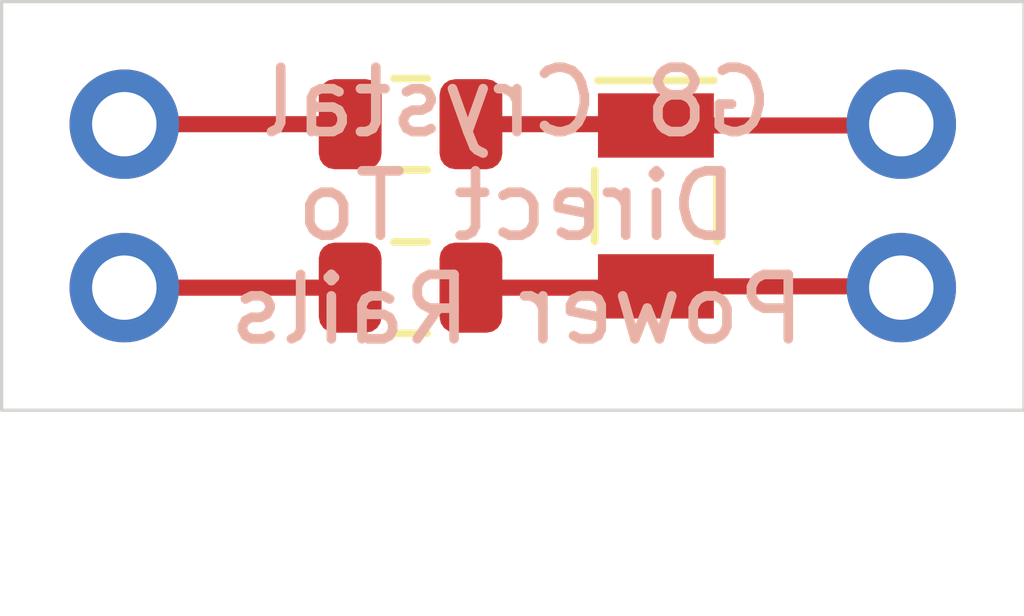
<source format=kicad_pcb>
(kicad_pcb (version 20171130) (host pcbnew "(5.1.6-0-10_14)")

  (general
    (thickness 1.6)
    (drawings 6)
    (tracks 10)
    (zones 0)
    (modules 5)
    (nets 5)
  )

  (page A4)
  (layers
    (0 F.Cu signal)
    (31 B.Cu signal)
    (32 B.Adhes user)
    (33 F.Adhes user)
    (34 B.Paste user)
    (35 F.Paste user)
    (36 B.SilkS user)
    (37 F.SilkS user)
    (38 B.Mask user)
    (39 F.Mask user)
    (40 Dwgs.User user)
    (41 Cmts.User user)
    (42 Eco1.User user)
    (43 Eco2.User user)
    (44 Edge.Cuts user)
    (45 Margin user)
    (46 B.CrtYd user)
    (47 F.CrtYd user)
    (48 B.Fab user)
    (49 F.Fab user)
  )

  (setup
    (last_trace_width 0.25)
    (trace_clearance 0.2)
    (zone_clearance 0.508)
    (zone_45_only no)
    (trace_min 0.2)
    (via_size 0.8)
    (via_drill 0.4)
    (via_min_size 0.4)
    (via_min_drill 0.3)
    (uvia_size 0.3)
    (uvia_drill 0.1)
    (uvias_allowed no)
    (uvia_min_size 0.2)
    (uvia_min_drill 0.1)
    (edge_width 0.05)
    (segment_width 0.2)
    (pcb_text_width 0.3)
    (pcb_text_size 1.5 1.5)
    (mod_edge_width 0.12)
    (mod_text_size 1 1)
    (mod_text_width 0.15)
    (pad_size 1.524 1.524)
    (pad_drill 0.762)
    (pad_to_mask_clearance 0.05)
    (aux_axis_origin 0 0)
    (visible_elements FFFFFF7F)
    (pcbplotparams
      (layerselection 0x010fc_ffffffff)
      (usegerberextensions false)
      (usegerberattributes true)
      (usegerberadvancedattributes true)
      (creategerberjobfile true)
      (excludeedgelayer true)
      (linewidth 0.100000)
      (plotframeref false)
      (viasonmask false)
      (mode 1)
      (useauxorigin false)
      (hpglpennumber 1)
      (hpglpenspeed 20)
      (hpglpendiameter 15.000000)
      (psnegative false)
      (psa4output false)
      (plotreference true)
      (plotvalue true)
      (plotinvisibletext false)
      (padsonsilk false)
      (subtractmaskfromsilk false)
      (outputformat 1)
      (mirror false)
      (drillshape 1)
      (scaleselection 1)
      (outputdirectory ""))
  )

  (net 0 "")
  (net 1 "Net-(C1-Pad2)")
  (net 2 "Net-(C1-Pad1)")
  (net 3 "Net-(C2-Pad2)")
  (net 4 "Net-(C2-Pad1)")

  (net_class Default "This is the default net class."
    (clearance 0.2)
    (trace_width 0.25)
    (via_dia 0.8)
    (via_drill 0.4)
    (uvia_dia 0.3)
    (uvia_drill 0.1)
    (add_net "Net-(C1-Pad1)")
    (add_net "Net-(C1-Pad2)")
    (add_net "Net-(C2-Pad1)")
    (add_net "Net-(C2-Pad2)")
  )

  (module Connector_PinHeader_2.54mm:PinHeader_1x02_P2.54mm_Vertical (layer F.Cu) (tedit 5EC1EA8B) (tstamp 5EC24DC2)
    (at 109.22 71.12)
    (descr "Through hole straight pin header, 1x02, 2.54mm pitch, single row")
    (tags "Through hole pin header THT 1x02 2.54mm single row")
    (path /5EC28353)
    (fp_text reference J1 (at 0 -2.33) (layer F.SilkS) hide
      (effects (font (size 1 1) (thickness 0.15)))
    )
    (fp_text value Conn_01x02_Female (at 0 4.87) (layer F.Fab) hide
      (effects (font (size 1 1) (thickness 0.15)))
    )
    (fp_text user %R (at 0 1.27 90) (layer F.Fab)
      (effects (font (size 1 1) (thickness 0.15)))
    )
    (fp_line (start -0.635 -1.27) (end 1.27 -1.27) (layer F.Fab) (width 0.1))
    (fp_line (start 1.27 -1.27) (end 1.27 3.81) (layer F.Fab) (width 0.1))
    (fp_line (start 1.27 3.81) (end -1.27 3.81) (layer F.Fab) (width 0.1))
    (fp_line (start -1.27 3.81) (end -1.27 -0.635) (layer F.Fab) (width 0.1))
    (fp_line (start -1.27 -0.635) (end -0.635 -1.27) (layer F.Fab) (width 0.1))
    (fp_line (start -1.8 -1.8) (end -1.8 4.35) (layer F.CrtYd) (width 0.05))
    (fp_line (start -1.8 4.35) (end 1.8 4.35) (layer F.CrtYd) (width 0.05))
    (fp_line (start 1.8 4.35) (end 1.8 -1.8) (layer F.CrtYd) (width 0.05))
    (fp_line (start 1.8 -1.8) (end -1.8 -1.8) (layer F.CrtYd) (width 0.05))
    (pad 2 thru_hole oval (at 0 2.54) (size 1.7 1.7) (drill 1) (layers *.Cu *.Mask)
      (net 4 "Net-(C2-Pad1)"))
    (pad 1 thru_hole circle (at 0 0) (size 1.7 1.7) (drill 1) (layers *.Cu *.Mask)
      (net 2 "Net-(C1-Pad1)"))
    (model ${KISYS3DMOD}/Connector_PinHeader_2.54mm.3dshapes/PinHeader_1x02_P2.54mm_Vertical.wrl
      (at (xyz 0 0 0))
      (scale (xyz 1 1 1))
      (rotate (xyz 0 0 0))
    )
  )

  (module Connector_PinHeader_2.54mm:PinHeader_1x02_P2.54mm_Vertical (layer F.Cu) (tedit 5EC1EA73) (tstamp 5EC24DD8)
    (at 121.285 73.66 180)
    (descr "Through hole straight pin header, 1x02, 2.54mm pitch, single row")
    (tags "Through hole pin header THT 1x02 2.54mm single row")
    (path /5EC28939)
    (fp_text reference J2 (at 0 -2.33 180) (layer F.SilkS) hide
      (effects (font (size 1 1) (thickness 0.15)))
    )
    (fp_text value Conn_01x02_Female (at 0 4.87 180) (layer F.Fab) hide
      (effects (font (size 1 1) (thickness 0.15)))
    )
    (fp_text user %R (at 0 1.27 270) (layer F.Fab)
      (effects (font (size 1 1) (thickness 0.15)))
    )
    (fp_line (start -0.635 -1.27) (end 1.27 -1.27) (layer F.Fab) (width 0.1))
    (fp_line (start 1.27 -1.27) (end 1.27 3.81) (layer F.Fab) (width 0.1))
    (fp_line (start 1.27 3.81) (end -1.27 3.81) (layer F.Fab) (width 0.1))
    (fp_line (start -1.27 3.81) (end -1.27 -0.635) (layer F.Fab) (width 0.1))
    (fp_line (start -1.27 -0.635) (end -0.635 -1.27) (layer F.Fab) (width 0.1))
    (fp_line (start -1.8 -1.8) (end -1.8 4.35) (layer F.CrtYd) (width 0.05))
    (fp_line (start -1.8 4.35) (end 1.8 4.35) (layer F.CrtYd) (width 0.05))
    (fp_line (start 1.8 4.35) (end 1.8 -1.8) (layer F.CrtYd) (width 0.05))
    (fp_line (start 1.8 -1.8) (end -1.8 -1.8) (layer F.CrtYd) (width 0.05))
    (pad 2 thru_hole oval (at 0 2.54 180) (size 1.7 1.7) (drill 1) (layers *.Cu *.Mask)
      (net 1 "Net-(C1-Pad2)"))
    (pad 1 thru_hole circle (at 0 0 180) (size 1.7 1.7) (drill 1) (layers *.Cu *.Mask)
      (net 3 "Net-(C2-Pad2)"))
    (model ${KISYS3DMOD}/Connector_PinHeader_2.54mm.3dshapes/PinHeader_1x02_P2.54mm_Vertical.wrl
      (at (xyz 0 0 0))
      (scale (xyz 1 1 1))
      (rotate (xyz 0 0 0))
    )
  )

  (module Crystal:Crystal_SMD_G8-2Pin_3.2x1.5mm (layer F.Cu) (tedit 5A0FD1B2) (tstamp 5EC24DEF)
    (at 117.475 72.39 270)
    (descr "SMD Crystal G8, 3.2x1.5mm^2 package")
    (tags "SMD SMT crystal")
    (path /5EC29267)
    (attr smd)
    (fp_text reference Y1 (at 0 -1.95 90) (layer F.SilkS) hide
      (effects (font (size 1 1) (thickness 0.15)))
    )
    (fp_text value Crystal (at 0 1.95 90) (layer F.Fab) hide
      (effects (font (size 1 1) (thickness 0.15)))
    )
    (fp_text user %R (at 0 0 90) (layer F.Fab) hide
      (effects (font (size 0.7 0.7) (thickness 0.105)))
    )
    (fp_line (start -1.6 -0.75) (end -1.6 0.75) (layer F.Fab) (width 0.1))
    (fp_line (start -1.6 0.75) (end 1.6 0.75) (layer F.Fab) (width 0.1))
    (fp_line (start 1.6 0.75) (end 1.6 -0.75) (layer F.Fab) (width 0.1))
    (fp_line (start 1.6 -0.75) (end -1.6 -0.75) (layer F.Fab) (width 0.1))
    (fp_line (start -1.6 0.25) (end -1.1 0.75) (layer F.Fab) (width 0.1))
    (fp_line (start -0.55 -0.95) (end 0.55 -0.95) (layer F.SilkS) (width 0.12))
    (fp_line (start -0.55 0.95) (end 0.55 0.95) (layer F.SilkS) (width 0.12))
    (fp_line (start -1.95 -0.9) (end -1.95 0.9) (layer F.SilkS) (width 0.12))
    (fp_line (start -2 -1.2) (end -2 1.2) (layer F.CrtYd) (width 0.05))
    (fp_line (start -2 1.2) (end 2 1.2) (layer F.CrtYd) (width 0.05))
    (fp_line (start 2 1.2) (end 2 -1.2) (layer F.CrtYd) (width 0.05))
    (fp_line (start 2 -1.2) (end -2 -1.2) (layer F.CrtYd) (width 0.05))
    (fp_circle (center 0 0) (end 0.25 0) (layer F.Adhes) (width 0.1))
    (fp_circle (center 0 0) (end 0.208333 0) (layer F.Adhes) (width 0.083333))
    (fp_circle (center 0 0) (end 0.133333 0) (layer F.Adhes) (width 0.083333))
    (fp_circle (center 0 0) (end 0.058333 0) (layer F.Adhes) (width 0.116667))
    (pad 2 smd rect (at 1.25 0 270) (size 1 1.8) (layers F.Cu F.Paste F.Mask)
      (net 3 "Net-(C2-Pad2)"))
    (pad 1 smd rect (at -1.25 0 270) (size 1 1.8) (layers F.Cu F.Paste F.Mask)
      (net 1 "Net-(C1-Pad2)"))
    (model ${KISYS3DMOD}/Crystal.3dshapes/Crystal_SMD_G8-2Pin_3.2x1.5mm.wrl
      (at (xyz 0 0 0))
      (scale (xyz 1 1 1))
      (rotate (xyz 0 0 0))
    )
  )

  (module Capacitor_SMD:C_0805_2012Metric (layer F.Cu) (tedit 5B36C52B) (tstamp 5EC24DAC)
    (at 113.665 73.66)
    (descr "Capacitor SMD 0805 (2012 Metric), square (rectangular) end terminal, IPC_7351 nominal, (Body size source: https://docs.google.com/spreadsheets/d/1BsfQQcO9C6DZCsRaXUlFlo91Tg2WpOkGARC1WS5S8t0/edit?usp=sharing), generated with kicad-footprint-generator")
    (tags capacitor)
    (path /5EC29B3E)
    (attr smd)
    (fp_text reference C2 (at 0 -1.65) (layer F.SilkS) hide
      (effects (font (size 1 1) (thickness 0.15)))
    )
    (fp_text value C_Small (at 0 1.65) (layer F.Fab) hide
      (effects (font (size 1 1) (thickness 0.15)))
    )
    (fp_text user %R (at 0 0) (layer F.Fab)
      (effects (font (size 0.5 0.5) (thickness 0.08)))
    )
    (fp_line (start -1 0.6) (end -1 -0.6) (layer F.Fab) (width 0.1))
    (fp_line (start -1 -0.6) (end 1 -0.6) (layer F.Fab) (width 0.1))
    (fp_line (start 1 -0.6) (end 1 0.6) (layer F.Fab) (width 0.1))
    (fp_line (start 1 0.6) (end -1 0.6) (layer F.Fab) (width 0.1))
    (fp_line (start -0.258578 -0.71) (end 0.258578 -0.71) (layer F.SilkS) (width 0.12))
    (fp_line (start -0.258578 0.71) (end 0.258578 0.71) (layer F.SilkS) (width 0.12))
    (fp_line (start -1.68 0.95) (end -1.68 -0.95) (layer F.CrtYd) (width 0.05))
    (fp_line (start -1.68 -0.95) (end 1.68 -0.95) (layer F.CrtYd) (width 0.05))
    (fp_line (start 1.68 -0.95) (end 1.68 0.95) (layer F.CrtYd) (width 0.05))
    (fp_line (start 1.68 0.95) (end -1.68 0.95) (layer F.CrtYd) (width 0.05))
    (pad 2 smd roundrect (at 0.9375 0) (size 0.975 1.4) (layers F.Cu F.Paste F.Mask) (roundrect_rratio 0.25)
      (net 3 "Net-(C2-Pad2)"))
    (pad 1 smd roundrect (at -0.9375 0) (size 0.975 1.4) (layers F.Cu F.Paste F.Mask) (roundrect_rratio 0.25)
      (net 4 "Net-(C2-Pad1)"))
    (model ${KISYS3DMOD}/Capacitor_SMD.3dshapes/C_0805_2012Metric.wrl
      (at (xyz 0 0 0))
      (scale (xyz 1 1 1))
      (rotate (xyz 0 0 0))
    )
  )

  (module Capacitor_SMD:C_0805_2012Metric (layer F.Cu) (tedit 5B36C52B) (tstamp 5EC256FB)
    (at 113.665 71.12)
    (descr "Capacitor SMD 0805 (2012 Metric), square (rectangular) end terminal, IPC_7351 nominal, (Body size source: https://docs.google.com/spreadsheets/d/1BsfQQcO9C6DZCsRaXUlFlo91Tg2WpOkGARC1WS5S8t0/edit?usp=sharing), generated with kicad-footprint-generator")
    (tags capacitor)
    (path /5EC296FC)
    (attr smd)
    (fp_text reference C1 (at 0 -1.65) (layer F.SilkS) hide
      (effects (font (size 1 1) (thickness 0.15)))
    )
    (fp_text value C_Small (at 0 1.65) (layer F.Fab) hide
      (effects (font (size 1 1) (thickness 0.15)))
    )
    (fp_text user %R (at 0 0) (layer F.Fab)
      (effects (font (size 0.5 0.5) (thickness 0.08)))
    )
    (fp_line (start -1 0.6) (end -1 -0.6) (layer F.Fab) (width 0.1))
    (fp_line (start -1 -0.6) (end 1 -0.6) (layer F.Fab) (width 0.1))
    (fp_line (start 1 -0.6) (end 1 0.6) (layer F.Fab) (width 0.1))
    (fp_line (start 1 0.6) (end -1 0.6) (layer F.Fab) (width 0.1))
    (fp_line (start -0.258578 -0.71) (end 0.258578 -0.71) (layer F.SilkS) (width 0.12))
    (fp_line (start -0.258578 0.71) (end 0.258578 0.71) (layer F.SilkS) (width 0.12))
    (fp_line (start -1.68 0.95) (end -1.68 -0.95) (layer F.CrtYd) (width 0.05))
    (fp_line (start -1.68 -0.95) (end 1.68 -0.95) (layer F.CrtYd) (width 0.05))
    (fp_line (start 1.68 -0.95) (end 1.68 0.95) (layer F.CrtYd) (width 0.05))
    (fp_line (start 1.68 0.95) (end -1.68 0.95) (layer F.CrtYd) (width 0.05))
    (pad 2 smd roundrect (at 0.9375 0) (size 0.975 1.4) (layers F.Cu F.Paste F.Mask) (roundrect_rratio 0.25)
      (net 1 "Net-(C1-Pad2)"))
    (pad 1 smd roundrect (at -0.9375 0) (size 0.975 1.4) (layers F.Cu F.Paste F.Mask) (roundrect_rratio 0.25)
      (net 2 "Net-(C1-Pad1)"))
    (model ${KISYS3DMOD}/Capacitor_SMD.3dshapes/C_0805_2012Metric.wrl
      (at (xyz 0 0 0))
      (scale (xyz 1 1 1))
      (rotate (xyz 0 0 0))
    )
  )

  (gr_text "G8 Crystal\nDirect To\nPower Rails" (at 115.316 72.39) (layer B.SilkS)
    (effects (font (size 1 1) (thickness 0.15)) (justify mirror))
  )
  (gr_line (start 107.315 75.565) (end 107.315 69.215) (layer Edge.Cuts) (width 0.05) (tstamp 5EC25B1D))
  (gr_line (start 123.19 75.565) (end 107.315 75.565) (layer Edge.Cuts) (width 0.05))
  (gr_line (start 123.19 69.215) (end 123.19 75.565) (layer Edge.Cuts) (width 0.05))
  (gr_line (start 107.315 69.215) (end 123.19 69.215) (layer Edge.Cuts) (width 0.05))
  (dimension 12.065 (width 0.15) (layer Dwgs.User)
    (gr_text "12.065 mm" (at 115.2525 79.405) (layer Dwgs.User)
      (effects (font (size 1 1) (thickness 0.15)))
    )
    (feature1 (pts (xy 121.285 73.66) (xy 121.285 78.691421)))
    (feature2 (pts (xy 109.22 73.66) (xy 109.22 78.691421)))
    (crossbar (pts (xy 109.22 78.105) (xy 121.285 78.105)))
    (arrow1a (pts (xy 121.285 78.105) (xy 120.158496 78.691421)))
    (arrow1b (pts (xy 121.285 78.105) (xy 120.158496 77.518579)))
    (arrow2a (pts (xy 109.22 78.105) (xy 110.346504 78.691421)))
    (arrow2b (pts (xy 109.22 78.105) (xy 110.346504 77.518579)))
  )

  (segment (start 117.455 71.12) (end 117.475 71.14) (width 0.25) (layer F.Cu) (net 1))
  (segment (start 114.6025 71.12) (end 117.455 71.12) (width 0.25) (layer F.Cu) (net 1))
  (segment (start 121.265 71.14) (end 121.285 71.12) (width 0.25) (layer F.Cu) (net 1))
  (segment (start 117.475 71.14) (end 121.265 71.14) (width 0.25) (layer F.Cu) (net 1))
  (segment (start 109.22 71.12) (end 112.7275 71.12) (width 0.25) (layer F.Cu) (net 2))
  (segment (start 117.455 73.66) (end 117.475 73.64) (width 0.25) (layer F.Cu) (net 3))
  (segment (start 114.6025 73.66) (end 117.455 73.66) (width 0.25) (layer F.Cu) (net 3))
  (segment (start 121.265 73.64) (end 121.285 73.66) (width 0.25) (layer F.Cu) (net 3))
  (segment (start 117.475 73.64) (end 121.265 73.64) (width 0.25) (layer F.Cu) (net 3))
  (segment (start 109.22 73.66) (end 112.7275 73.66) (width 0.25) (layer F.Cu) (net 4))

)

</source>
